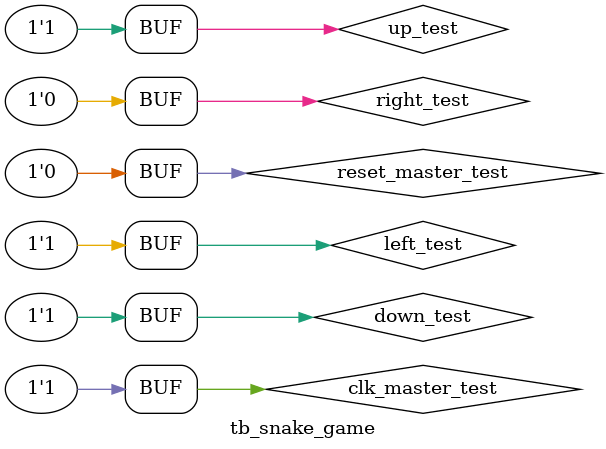
<source format=v>
`timescale 1ns/1ps
module tb_snake_game();

reg reset_master_test,left_test,right_test,up_test,down_test,clk_master_test;
wire [7:0] out_cathode_test,out_anode_test;

snake_game port_map(

.reset_master(reset_master_test),
.left(left_test),
.right(right_test),
.up(up_test),
.down(down_test),
.clk_master(clk_master_test),
.out_cathode(out_cathode_test),
.out_anode(out_anode_test)

);

initial begin
reset_master_test = 1'b0;
left_test = 1'b1;
right_test = 1'b1;
up_test = 1'b1;
down_test = 1'b1;
clk_master_test = 1'b0;
#20;
reset_master_test = 1'b1;
#20;
reset_master_test = 1'b0;
#20;

end

always begin
left_test = 1'b1;
right_test = 1'b0;
up_test = 1'b1;
down_test = 1'b1;
clk_master_test = 0;
#20;
clk_master_test = 1;
#20;


end

endmodule
</source>
